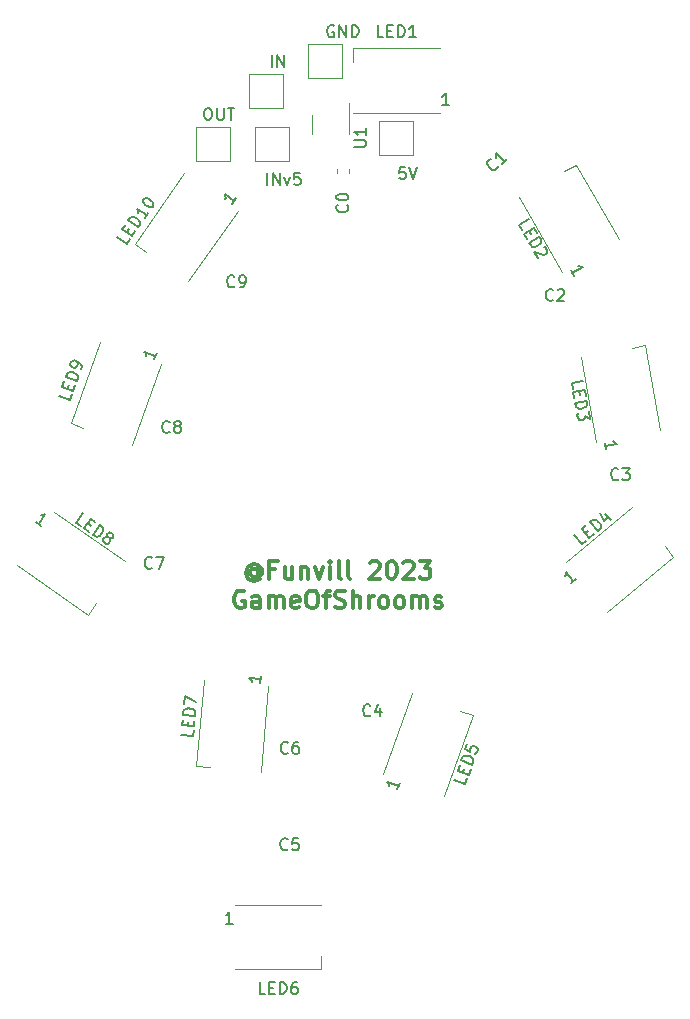
<source format=gbr>
%TF.GenerationSoftware,KiCad,Pcbnew,7.0.1*%
%TF.CreationDate,2023-05-31T17:56:53-07:00*%
%TF.ProjectId,GameOfShrooms2023,47616d65-4f66-4536-9872-6f6f6d733230,rev?*%
%TF.SameCoordinates,Original*%
%TF.FileFunction,Legend,Top*%
%TF.FilePolarity,Positive*%
%FSLAX46Y46*%
G04 Gerber Fmt 4.6, Leading zero omitted, Abs format (unit mm)*
G04 Created by KiCad (PCBNEW 7.0.1) date 2023-05-31 17:56:53*
%MOMM*%
%LPD*%
G01*
G04 APERTURE LIST*
%ADD10C,0.300000*%
%ADD11C,0.150000*%
%ADD12C,0.120000*%
G04 APERTURE END LIST*
D10*
X138285714Y-94602142D02*
X138214285Y-94530714D01*
X138214285Y-94530714D02*
X138071428Y-94459285D01*
X138071428Y-94459285D02*
X137928571Y-94459285D01*
X137928571Y-94459285D02*
X137785714Y-94530714D01*
X137785714Y-94530714D02*
X137714285Y-94602142D01*
X137714285Y-94602142D02*
X137642857Y-94745000D01*
X137642857Y-94745000D02*
X137642857Y-94887857D01*
X137642857Y-94887857D02*
X137714285Y-95030714D01*
X137714285Y-95030714D02*
X137785714Y-95102142D01*
X137785714Y-95102142D02*
X137928571Y-95173571D01*
X137928571Y-95173571D02*
X138071428Y-95173571D01*
X138071428Y-95173571D02*
X138214285Y-95102142D01*
X138214285Y-95102142D02*
X138285714Y-95030714D01*
X138285714Y-94459285D02*
X138285714Y-95030714D01*
X138285714Y-95030714D02*
X138357142Y-95102142D01*
X138357142Y-95102142D02*
X138428571Y-95102142D01*
X138428571Y-95102142D02*
X138571428Y-95030714D01*
X138571428Y-95030714D02*
X138642857Y-94887857D01*
X138642857Y-94887857D02*
X138642857Y-94530714D01*
X138642857Y-94530714D02*
X138500000Y-94316428D01*
X138500000Y-94316428D02*
X138285714Y-94173571D01*
X138285714Y-94173571D02*
X138000000Y-94102142D01*
X138000000Y-94102142D02*
X137714285Y-94173571D01*
X137714285Y-94173571D02*
X137500000Y-94316428D01*
X137500000Y-94316428D02*
X137357142Y-94530714D01*
X137357142Y-94530714D02*
X137285714Y-94816428D01*
X137285714Y-94816428D02*
X137357142Y-95102142D01*
X137357142Y-95102142D02*
X137500000Y-95316428D01*
X137500000Y-95316428D02*
X137714285Y-95459285D01*
X137714285Y-95459285D02*
X138000000Y-95530714D01*
X138000000Y-95530714D02*
X138285714Y-95459285D01*
X138285714Y-95459285D02*
X138500000Y-95316428D01*
X139785713Y-94530714D02*
X139285713Y-94530714D01*
X139285713Y-95316428D02*
X139285713Y-93816428D01*
X139285713Y-93816428D02*
X139999999Y-93816428D01*
X141214285Y-94316428D02*
X141214285Y-95316428D01*
X140571427Y-94316428D02*
X140571427Y-95102142D01*
X140571427Y-95102142D02*
X140642856Y-95245000D01*
X140642856Y-95245000D02*
X140785713Y-95316428D01*
X140785713Y-95316428D02*
X140999999Y-95316428D01*
X140999999Y-95316428D02*
X141142856Y-95245000D01*
X141142856Y-95245000D02*
X141214285Y-95173571D01*
X141928570Y-94316428D02*
X141928570Y-95316428D01*
X141928570Y-94459285D02*
X141999999Y-94387857D01*
X141999999Y-94387857D02*
X142142856Y-94316428D01*
X142142856Y-94316428D02*
X142357142Y-94316428D01*
X142357142Y-94316428D02*
X142499999Y-94387857D01*
X142499999Y-94387857D02*
X142571428Y-94530714D01*
X142571428Y-94530714D02*
X142571428Y-95316428D01*
X143142856Y-94316428D02*
X143499999Y-95316428D01*
X143499999Y-95316428D02*
X143857142Y-94316428D01*
X144428570Y-95316428D02*
X144428570Y-94316428D01*
X144428570Y-93816428D02*
X144357142Y-93887857D01*
X144357142Y-93887857D02*
X144428570Y-93959285D01*
X144428570Y-93959285D02*
X144499999Y-93887857D01*
X144499999Y-93887857D02*
X144428570Y-93816428D01*
X144428570Y-93816428D02*
X144428570Y-93959285D01*
X145357142Y-95316428D02*
X145214285Y-95245000D01*
X145214285Y-95245000D02*
X145142856Y-95102142D01*
X145142856Y-95102142D02*
X145142856Y-93816428D01*
X146142856Y-95316428D02*
X145999999Y-95245000D01*
X145999999Y-95245000D02*
X145928570Y-95102142D01*
X145928570Y-95102142D02*
X145928570Y-93816428D01*
X147785713Y-93959285D02*
X147857141Y-93887857D01*
X147857141Y-93887857D02*
X147999999Y-93816428D01*
X147999999Y-93816428D02*
X148357141Y-93816428D01*
X148357141Y-93816428D02*
X148499999Y-93887857D01*
X148499999Y-93887857D02*
X148571427Y-93959285D01*
X148571427Y-93959285D02*
X148642856Y-94102142D01*
X148642856Y-94102142D02*
X148642856Y-94245000D01*
X148642856Y-94245000D02*
X148571427Y-94459285D01*
X148571427Y-94459285D02*
X147714284Y-95316428D01*
X147714284Y-95316428D02*
X148642856Y-95316428D01*
X149571427Y-93816428D02*
X149714284Y-93816428D01*
X149714284Y-93816428D02*
X149857141Y-93887857D01*
X149857141Y-93887857D02*
X149928570Y-93959285D01*
X149928570Y-93959285D02*
X149999998Y-94102142D01*
X149999998Y-94102142D02*
X150071427Y-94387857D01*
X150071427Y-94387857D02*
X150071427Y-94745000D01*
X150071427Y-94745000D02*
X149999998Y-95030714D01*
X149999998Y-95030714D02*
X149928570Y-95173571D01*
X149928570Y-95173571D02*
X149857141Y-95245000D01*
X149857141Y-95245000D02*
X149714284Y-95316428D01*
X149714284Y-95316428D02*
X149571427Y-95316428D01*
X149571427Y-95316428D02*
X149428570Y-95245000D01*
X149428570Y-95245000D02*
X149357141Y-95173571D01*
X149357141Y-95173571D02*
X149285712Y-95030714D01*
X149285712Y-95030714D02*
X149214284Y-94745000D01*
X149214284Y-94745000D02*
X149214284Y-94387857D01*
X149214284Y-94387857D02*
X149285712Y-94102142D01*
X149285712Y-94102142D02*
X149357141Y-93959285D01*
X149357141Y-93959285D02*
X149428570Y-93887857D01*
X149428570Y-93887857D02*
X149571427Y-93816428D01*
X150642855Y-93959285D02*
X150714283Y-93887857D01*
X150714283Y-93887857D02*
X150857141Y-93816428D01*
X150857141Y-93816428D02*
X151214283Y-93816428D01*
X151214283Y-93816428D02*
X151357141Y-93887857D01*
X151357141Y-93887857D02*
X151428569Y-93959285D01*
X151428569Y-93959285D02*
X151499998Y-94102142D01*
X151499998Y-94102142D02*
X151499998Y-94245000D01*
X151499998Y-94245000D02*
X151428569Y-94459285D01*
X151428569Y-94459285D02*
X150571426Y-95316428D01*
X150571426Y-95316428D02*
X151499998Y-95316428D01*
X151999997Y-93816428D02*
X152928569Y-93816428D01*
X152928569Y-93816428D02*
X152428569Y-94387857D01*
X152428569Y-94387857D02*
X152642854Y-94387857D01*
X152642854Y-94387857D02*
X152785712Y-94459285D01*
X152785712Y-94459285D02*
X152857140Y-94530714D01*
X152857140Y-94530714D02*
X152928569Y-94673571D01*
X152928569Y-94673571D02*
X152928569Y-95030714D01*
X152928569Y-95030714D02*
X152857140Y-95173571D01*
X152857140Y-95173571D02*
X152785712Y-95245000D01*
X152785712Y-95245000D02*
X152642854Y-95316428D01*
X152642854Y-95316428D02*
X152214283Y-95316428D01*
X152214283Y-95316428D02*
X152071426Y-95245000D01*
X152071426Y-95245000D02*
X151999997Y-95173571D01*
X137142857Y-96387857D02*
X137000000Y-96316428D01*
X137000000Y-96316428D02*
X136785714Y-96316428D01*
X136785714Y-96316428D02*
X136571428Y-96387857D01*
X136571428Y-96387857D02*
X136428571Y-96530714D01*
X136428571Y-96530714D02*
X136357142Y-96673571D01*
X136357142Y-96673571D02*
X136285714Y-96959285D01*
X136285714Y-96959285D02*
X136285714Y-97173571D01*
X136285714Y-97173571D02*
X136357142Y-97459285D01*
X136357142Y-97459285D02*
X136428571Y-97602142D01*
X136428571Y-97602142D02*
X136571428Y-97745000D01*
X136571428Y-97745000D02*
X136785714Y-97816428D01*
X136785714Y-97816428D02*
X136928571Y-97816428D01*
X136928571Y-97816428D02*
X137142857Y-97745000D01*
X137142857Y-97745000D02*
X137214285Y-97673571D01*
X137214285Y-97673571D02*
X137214285Y-97173571D01*
X137214285Y-97173571D02*
X136928571Y-97173571D01*
X138500000Y-97816428D02*
X138500000Y-97030714D01*
X138500000Y-97030714D02*
X138428571Y-96887857D01*
X138428571Y-96887857D02*
X138285714Y-96816428D01*
X138285714Y-96816428D02*
X138000000Y-96816428D01*
X138000000Y-96816428D02*
X137857142Y-96887857D01*
X138500000Y-97745000D02*
X138357142Y-97816428D01*
X138357142Y-97816428D02*
X138000000Y-97816428D01*
X138000000Y-97816428D02*
X137857142Y-97745000D01*
X137857142Y-97745000D02*
X137785714Y-97602142D01*
X137785714Y-97602142D02*
X137785714Y-97459285D01*
X137785714Y-97459285D02*
X137857142Y-97316428D01*
X137857142Y-97316428D02*
X138000000Y-97245000D01*
X138000000Y-97245000D02*
X138357142Y-97245000D01*
X138357142Y-97245000D02*
X138500000Y-97173571D01*
X139214285Y-97816428D02*
X139214285Y-96816428D01*
X139214285Y-96959285D02*
X139285714Y-96887857D01*
X139285714Y-96887857D02*
X139428571Y-96816428D01*
X139428571Y-96816428D02*
X139642857Y-96816428D01*
X139642857Y-96816428D02*
X139785714Y-96887857D01*
X139785714Y-96887857D02*
X139857143Y-97030714D01*
X139857143Y-97030714D02*
X139857143Y-97816428D01*
X139857143Y-97030714D02*
X139928571Y-96887857D01*
X139928571Y-96887857D02*
X140071428Y-96816428D01*
X140071428Y-96816428D02*
X140285714Y-96816428D01*
X140285714Y-96816428D02*
X140428571Y-96887857D01*
X140428571Y-96887857D02*
X140500000Y-97030714D01*
X140500000Y-97030714D02*
X140500000Y-97816428D01*
X141785714Y-97745000D02*
X141642857Y-97816428D01*
X141642857Y-97816428D02*
X141357143Y-97816428D01*
X141357143Y-97816428D02*
X141214285Y-97745000D01*
X141214285Y-97745000D02*
X141142857Y-97602142D01*
X141142857Y-97602142D02*
X141142857Y-97030714D01*
X141142857Y-97030714D02*
X141214285Y-96887857D01*
X141214285Y-96887857D02*
X141357143Y-96816428D01*
X141357143Y-96816428D02*
X141642857Y-96816428D01*
X141642857Y-96816428D02*
X141785714Y-96887857D01*
X141785714Y-96887857D02*
X141857143Y-97030714D01*
X141857143Y-97030714D02*
X141857143Y-97173571D01*
X141857143Y-97173571D02*
X141142857Y-97316428D01*
X142785714Y-96316428D02*
X143071428Y-96316428D01*
X143071428Y-96316428D02*
X143214285Y-96387857D01*
X143214285Y-96387857D02*
X143357142Y-96530714D01*
X143357142Y-96530714D02*
X143428571Y-96816428D01*
X143428571Y-96816428D02*
X143428571Y-97316428D01*
X143428571Y-97316428D02*
X143357142Y-97602142D01*
X143357142Y-97602142D02*
X143214285Y-97745000D01*
X143214285Y-97745000D02*
X143071428Y-97816428D01*
X143071428Y-97816428D02*
X142785714Y-97816428D01*
X142785714Y-97816428D02*
X142642857Y-97745000D01*
X142642857Y-97745000D02*
X142499999Y-97602142D01*
X142499999Y-97602142D02*
X142428571Y-97316428D01*
X142428571Y-97316428D02*
X142428571Y-96816428D01*
X142428571Y-96816428D02*
X142499999Y-96530714D01*
X142499999Y-96530714D02*
X142642857Y-96387857D01*
X142642857Y-96387857D02*
X142785714Y-96316428D01*
X143857143Y-96816428D02*
X144428571Y-96816428D01*
X144071428Y-97816428D02*
X144071428Y-96530714D01*
X144071428Y-96530714D02*
X144142857Y-96387857D01*
X144142857Y-96387857D02*
X144285714Y-96316428D01*
X144285714Y-96316428D02*
X144428571Y-96316428D01*
X144857143Y-97745000D02*
X145071429Y-97816428D01*
X145071429Y-97816428D02*
X145428571Y-97816428D01*
X145428571Y-97816428D02*
X145571429Y-97745000D01*
X145571429Y-97745000D02*
X145642857Y-97673571D01*
X145642857Y-97673571D02*
X145714286Y-97530714D01*
X145714286Y-97530714D02*
X145714286Y-97387857D01*
X145714286Y-97387857D02*
X145642857Y-97245000D01*
X145642857Y-97245000D02*
X145571429Y-97173571D01*
X145571429Y-97173571D02*
X145428571Y-97102142D01*
X145428571Y-97102142D02*
X145142857Y-97030714D01*
X145142857Y-97030714D02*
X145000000Y-96959285D01*
X145000000Y-96959285D02*
X144928571Y-96887857D01*
X144928571Y-96887857D02*
X144857143Y-96745000D01*
X144857143Y-96745000D02*
X144857143Y-96602142D01*
X144857143Y-96602142D02*
X144928571Y-96459285D01*
X144928571Y-96459285D02*
X145000000Y-96387857D01*
X145000000Y-96387857D02*
X145142857Y-96316428D01*
X145142857Y-96316428D02*
X145500000Y-96316428D01*
X145500000Y-96316428D02*
X145714286Y-96387857D01*
X146357142Y-97816428D02*
X146357142Y-96316428D01*
X147000000Y-97816428D02*
X147000000Y-97030714D01*
X147000000Y-97030714D02*
X146928571Y-96887857D01*
X146928571Y-96887857D02*
X146785714Y-96816428D01*
X146785714Y-96816428D02*
X146571428Y-96816428D01*
X146571428Y-96816428D02*
X146428571Y-96887857D01*
X146428571Y-96887857D02*
X146357142Y-96959285D01*
X147714285Y-97816428D02*
X147714285Y-96816428D01*
X147714285Y-97102142D02*
X147785714Y-96959285D01*
X147785714Y-96959285D02*
X147857143Y-96887857D01*
X147857143Y-96887857D02*
X148000000Y-96816428D01*
X148000000Y-96816428D02*
X148142857Y-96816428D01*
X148857142Y-97816428D02*
X148714285Y-97745000D01*
X148714285Y-97745000D02*
X148642856Y-97673571D01*
X148642856Y-97673571D02*
X148571428Y-97530714D01*
X148571428Y-97530714D02*
X148571428Y-97102142D01*
X148571428Y-97102142D02*
X148642856Y-96959285D01*
X148642856Y-96959285D02*
X148714285Y-96887857D01*
X148714285Y-96887857D02*
X148857142Y-96816428D01*
X148857142Y-96816428D02*
X149071428Y-96816428D01*
X149071428Y-96816428D02*
X149214285Y-96887857D01*
X149214285Y-96887857D02*
X149285714Y-96959285D01*
X149285714Y-96959285D02*
X149357142Y-97102142D01*
X149357142Y-97102142D02*
X149357142Y-97530714D01*
X149357142Y-97530714D02*
X149285714Y-97673571D01*
X149285714Y-97673571D02*
X149214285Y-97745000D01*
X149214285Y-97745000D02*
X149071428Y-97816428D01*
X149071428Y-97816428D02*
X148857142Y-97816428D01*
X150214285Y-97816428D02*
X150071428Y-97745000D01*
X150071428Y-97745000D02*
X149999999Y-97673571D01*
X149999999Y-97673571D02*
X149928571Y-97530714D01*
X149928571Y-97530714D02*
X149928571Y-97102142D01*
X149928571Y-97102142D02*
X149999999Y-96959285D01*
X149999999Y-96959285D02*
X150071428Y-96887857D01*
X150071428Y-96887857D02*
X150214285Y-96816428D01*
X150214285Y-96816428D02*
X150428571Y-96816428D01*
X150428571Y-96816428D02*
X150571428Y-96887857D01*
X150571428Y-96887857D02*
X150642857Y-96959285D01*
X150642857Y-96959285D02*
X150714285Y-97102142D01*
X150714285Y-97102142D02*
X150714285Y-97530714D01*
X150714285Y-97530714D02*
X150642857Y-97673571D01*
X150642857Y-97673571D02*
X150571428Y-97745000D01*
X150571428Y-97745000D02*
X150428571Y-97816428D01*
X150428571Y-97816428D02*
X150214285Y-97816428D01*
X151357142Y-97816428D02*
X151357142Y-96816428D01*
X151357142Y-96959285D02*
X151428571Y-96887857D01*
X151428571Y-96887857D02*
X151571428Y-96816428D01*
X151571428Y-96816428D02*
X151785714Y-96816428D01*
X151785714Y-96816428D02*
X151928571Y-96887857D01*
X151928571Y-96887857D02*
X152000000Y-97030714D01*
X152000000Y-97030714D02*
X152000000Y-97816428D01*
X152000000Y-97030714D02*
X152071428Y-96887857D01*
X152071428Y-96887857D02*
X152214285Y-96816428D01*
X152214285Y-96816428D02*
X152428571Y-96816428D01*
X152428571Y-96816428D02*
X152571428Y-96887857D01*
X152571428Y-96887857D02*
X152642857Y-97030714D01*
X152642857Y-97030714D02*
X152642857Y-97816428D01*
X153285714Y-97745000D02*
X153428571Y-97816428D01*
X153428571Y-97816428D02*
X153714285Y-97816428D01*
X153714285Y-97816428D02*
X153857142Y-97745000D01*
X153857142Y-97745000D02*
X153928571Y-97602142D01*
X153928571Y-97602142D02*
X153928571Y-97530714D01*
X153928571Y-97530714D02*
X153857142Y-97387857D01*
X153857142Y-97387857D02*
X153714285Y-97316428D01*
X153714285Y-97316428D02*
X153500000Y-97316428D01*
X153500000Y-97316428D02*
X153357142Y-97245000D01*
X153357142Y-97245000D02*
X153285714Y-97102142D01*
X153285714Y-97102142D02*
X153285714Y-97030714D01*
X153285714Y-97030714D02*
X153357142Y-96887857D01*
X153357142Y-96887857D02*
X153500000Y-96816428D01*
X153500000Y-96816428D02*
X153714285Y-96816428D01*
X153714285Y-96816428D02*
X153857142Y-96887857D01*
D11*
%TO.C,C0*%
X145867380Y-63666666D02*
X145915000Y-63714285D01*
X145915000Y-63714285D02*
X145962619Y-63857142D01*
X145962619Y-63857142D02*
X145962619Y-63952380D01*
X145962619Y-63952380D02*
X145915000Y-64095237D01*
X145915000Y-64095237D02*
X145819761Y-64190475D01*
X145819761Y-64190475D02*
X145724523Y-64238094D01*
X145724523Y-64238094D02*
X145534047Y-64285713D01*
X145534047Y-64285713D02*
X145391190Y-64285713D01*
X145391190Y-64285713D02*
X145200714Y-64238094D01*
X145200714Y-64238094D02*
X145105476Y-64190475D01*
X145105476Y-64190475D02*
X145010238Y-64095237D01*
X145010238Y-64095237D02*
X144962619Y-63952380D01*
X144962619Y-63952380D02*
X144962619Y-63857142D01*
X144962619Y-63857142D02*
X145010238Y-63714285D01*
X145010238Y-63714285D02*
X145057857Y-63666666D01*
X144962619Y-63047618D02*
X144962619Y-62952380D01*
X144962619Y-62952380D02*
X145010238Y-62857142D01*
X145010238Y-62857142D02*
X145057857Y-62809523D01*
X145057857Y-62809523D02*
X145153095Y-62761904D01*
X145153095Y-62761904D02*
X145343571Y-62714285D01*
X145343571Y-62714285D02*
X145581666Y-62714285D01*
X145581666Y-62714285D02*
X145772142Y-62761904D01*
X145772142Y-62761904D02*
X145867380Y-62809523D01*
X145867380Y-62809523D02*
X145915000Y-62857142D01*
X145915000Y-62857142D02*
X145962619Y-62952380D01*
X145962619Y-62952380D02*
X145962619Y-63047618D01*
X145962619Y-63047618D02*
X145915000Y-63142856D01*
X145915000Y-63142856D02*
X145867380Y-63190475D01*
X145867380Y-63190475D02*
X145772142Y-63238094D01*
X145772142Y-63238094D02*
X145581666Y-63285713D01*
X145581666Y-63285713D02*
X145343571Y-63285713D01*
X145343571Y-63285713D02*
X145153095Y-63238094D01*
X145153095Y-63238094D02*
X145057857Y-63190475D01*
X145057857Y-63190475D02*
X145010238Y-63142856D01*
X145010238Y-63142856D02*
X144962619Y-63047618D01*
%TO.C,C2*%
X163318333Y-71697380D02*
X163270714Y-71745000D01*
X163270714Y-71745000D02*
X163127857Y-71792619D01*
X163127857Y-71792619D02*
X163032619Y-71792619D01*
X163032619Y-71792619D02*
X162889762Y-71745000D01*
X162889762Y-71745000D02*
X162794524Y-71649761D01*
X162794524Y-71649761D02*
X162746905Y-71554523D01*
X162746905Y-71554523D02*
X162699286Y-71364047D01*
X162699286Y-71364047D02*
X162699286Y-71221190D01*
X162699286Y-71221190D02*
X162746905Y-71030714D01*
X162746905Y-71030714D02*
X162794524Y-70935476D01*
X162794524Y-70935476D02*
X162889762Y-70840238D01*
X162889762Y-70840238D02*
X163032619Y-70792619D01*
X163032619Y-70792619D02*
X163127857Y-70792619D01*
X163127857Y-70792619D02*
X163270714Y-70840238D01*
X163270714Y-70840238D02*
X163318333Y-70887857D01*
X163699286Y-70887857D02*
X163746905Y-70840238D01*
X163746905Y-70840238D02*
X163842143Y-70792619D01*
X163842143Y-70792619D02*
X164080238Y-70792619D01*
X164080238Y-70792619D02*
X164175476Y-70840238D01*
X164175476Y-70840238D02*
X164223095Y-70887857D01*
X164223095Y-70887857D02*
X164270714Y-70983095D01*
X164270714Y-70983095D02*
X164270714Y-71078333D01*
X164270714Y-71078333D02*
X164223095Y-71221190D01*
X164223095Y-71221190D02*
X163651667Y-71792619D01*
X163651667Y-71792619D02*
X164270714Y-71792619D01*
%TO.C,LED4*%
X166127776Y-92081684D02*
X165762993Y-92387773D01*
X165762993Y-92387773D02*
X165120206Y-91621729D01*
X166046426Y-91466160D02*
X166301775Y-91251897D01*
X166747908Y-91561332D02*
X166383125Y-91867421D01*
X166383125Y-91867421D02*
X165740337Y-91101377D01*
X165740337Y-91101377D02*
X166105120Y-90795288D01*
X167076213Y-91285852D02*
X166433425Y-90519807D01*
X166433425Y-90519807D02*
X166615816Y-90366762D01*
X166615816Y-90366762D02*
X166755860Y-90311414D01*
X166755860Y-90311414D02*
X166890035Y-90323153D01*
X166890035Y-90323153D02*
X166987731Y-90365500D01*
X166987731Y-90365500D02*
X167146645Y-90480805D01*
X167146645Y-90480805D02*
X167238472Y-90590240D01*
X167238472Y-90590240D02*
X167324429Y-90766762D01*
X167324429Y-90766762D02*
X167349169Y-90870327D01*
X167349169Y-90870327D02*
X167337430Y-91004502D01*
X167337430Y-91004502D02*
X167258604Y-91132807D01*
X167258604Y-91132807D02*
X167076213Y-91285852D01*
X167742037Y-89856887D02*
X168170562Y-90367584D01*
X167314774Y-89718105D02*
X167591516Y-90418325D01*
X167591516Y-90418325D02*
X168065734Y-90020409D01*
X165246098Y-95301773D02*
X164808359Y-95669081D01*
X165027229Y-95485427D02*
X164384441Y-94719383D01*
X164384441Y-94719383D02*
X164403311Y-94890035D01*
X164403311Y-94890035D02*
X164391572Y-95024210D01*
X164391572Y-95024210D02*
X164349225Y-95121906D01*
%TO.C,LED9*%
X122551982Y-79709785D02*
X122389116Y-80157258D01*
X122389116Y-80157258D02*
X121449423Y-79815238D01*
X122173769Y-79217401D02*
X122287776Y-78904170D01*
X122828856Y-78949081D02*
X122665989Y-79396554D01*
X122665989Y-79396554D02*
X121726297Y-79054534D01*
X121726297Y-79054534D02*
X121889163Y-78607061D01*
X122975436Y-78546356D02*
X122035743Y-78204336D01*
X122035743Y-78204336D02*
X122117177Y-77980599D01*
X122117177Y-77980599D02*
X122210784Y-77862644D01*
X122210784Y-77862644D02*
X122332852Y-77805723D01*
X122332852Y-77805723D02*
X122438633Y-77793549D01*
X122438633Y-77793549D02*
X122633909Y-77813948D01*
X122633909Y-77813948D02*
X122768151Y-77862809D01*
X122768151Y-77862809D02*
X122930853Y-77972702D01*
X122930853Y-77972702D02*
X123004061Y-78050023D01*
X123004061Y-78050023D02*
X123060982Y-78172091D01*
X123060982Y-78172091D02*
X123056869Y-78322619D01*
X123056869Y-78322619D02*
X122975436Y-78546356D01*
X123333743Y-77561916D02*
X123398890Y-77382927D01*
X123398890Y-77382927D02*
X123386716Y-77277146D01*
X123386716Y-77277146D02*
X123358255Y-77216112D01*
X123358255Y-77216112D02*
X123256587Y-77077757D01*
X123256587Y-77077757D02*
X123093884Y-76967863D01*
X123093884Y-76967863D02*
X122735906Y-76837570D01*
X122735906Y-76837570D02*
X122630125Y-76849744D01*
X122630125Y-76849744D02*
X122569091Y-76878204D01*
X122569091Y-76878204D02*
X122491770Y-76951412D01*
X122491770Y-76951412D02*
X122426624Y-77130401D01*
X122426624Y-77130401D02*
X122438798Y-77236182D01*
X122438798Y-77236182D02*
X122467258Y-77297216D01*
X122467258Y-77297216D02*
X122540466Y-77374537D01*
X122540466Y-77374537D02*
X122764202Y-77455970D01*
X122764202Y-77455970D02*
X122869984Y-77443796D01*
X122869984Y-77443796D02*
X122931018Y-77415336D01*
X122931018Y-77415336D02*
X123008338Y-77342128D01*
X123008338Y-77342128D02*
X123073485Y-77163139D01*
X123073485Y-77163139D02*
X123061311Y-77057358D01*
X123061311Y-77057358D02*
X123032850Y-76996324D01*
X123032850Y-76996324D02*
X122959642Y-76919003D01*
X129742788Y-76170668D02*
X129547348Y-76707636D01*
X129645068Y-76439152D02*
X128705376Y-76097132D01*
X128705376Y-76097132D02*
X128807044Y-76235486D01*
X128807044Y-76235486D02*
X128863965Y-76357554D01*
X128863965Y-76357554D02*
X128876139Y-76463336D01*
%TO.C,C5*%
X140833333Y-118197380D02*
X140785714Y-118245000D01*
X140785714Y-118245000D02*
X140642857Y-118292619D01*
X140642857Y-118292619D02*
X140547619Y-118292619D01*
X140547619Y-118292619D02*
X140404762Y-118245000D01*
X140404762Y-118245000D02*
X140309524Y-118149761D01*
X140309524Y-118149761D02*
X140261905Y-118054523D01*
X140261905Y-118054523D02*
X140214286Y-117864047D01*
X140214286Y-117864047D02*
X140214286Y-117721190D01*
X140214286Y-117721190D02*
X140261905Y-117530714D01*
X140261905Y-117530714D02*
X140309524Y-117435476D01*
X140309524Y-117435476D02*
X140404762Y-117340238D01*
X140404762Y-117340238D02*
X140547619Y-117292619D01*
X140547619Y-117292619D02*
X140642857Y-117292619D01*
X140642857Y-117292619D02*
X140785714Y-117340238D01*
X140785714Y-117340238D02*
X140833333Y-117387857D01*
X141738095Y-117292619D02*
X141261905Y-117292619D01*
X141261905Y-117292619D02*
X141214286Y-117768809D01*
X141214286Y-117768809D02*
X141261905Y-117721190D01*
X141261905Y-117721190D02*
X141357143Y-117673571D01*
X141357143Y-117673571D02*
X141595238Y-117673571D01*
X141595238Y-117673571D02*
X141690476Y-117721190D01*
X141690476Y-117721190D02*
X141738095Y-117768809D01*
X141738095Y-117768809D02*
X141785714Y-117864047D01*
X141785714Y-117864047D02*
X141785714Y-118102142D01*
X141785714Y-118102142D02*
X141738095Y-118197380D01*
X141738095Y-118197380D02*
X141690476Y-118245000D01*
X141690476Y-118245000D02*
X141595238Y-118292619D01*
X141595238Y-118292619D02*
X141357143Y-118292619D01*
X141357143Y-118292619D02*
X141261905Y-118245000D01*
X141261905Y-118245000D02*
X141214286Y-118197380D01*
%TO.C,LED10*%
X127463964Y-66572090D02*
X127190832Y-66962162D01*
X127190832Y-66962162D02*
X126371680Y-66388586D01*
X127226076Y-65998594D02*
X127417269Y-65725543D01*
X127928288Y-65908966D02*
X127655156Y-66299039D01*
X127655156Y-66299039D02*
X126836004Y-65725462D01*
X126836004Y-65725462D02*
X127109136Y-65335390D01*
X128174106Y-65557901D02*
X127354954Y-64984325D01*
X127354954Y-64984325D02*
X127491520Y-64789288D01*
X127491520Y-64789288D02*
X127612467Y-64699580D01*
X127612467Y-64699580D02*
X127745107Y-64676192D01*
X127745107Y-64676192D02*
X127850435Y-64691811D01*
X127850435Y-64691811D02*
X128033777Y-64762056D01*
X128033777Y-64762056D02*
X128150799Y-64843996D01*
X128150799Y-64843996D02*
X128279515Y-64992256D01*
X128279515Y-64992256D02*
X128330216Y-65085889D01*
X128330216Y-65085889D02*
X128353604Y-65218530D01*
X128353604Y-65218530D02*
X128310672Y-65362865D01*
X128310672Y-65362865D02*
X128174106Y-65557901D01*
X129048127Y-64309669D02*
X128720369Y-64777756D01*
X128884248Y-64543713D02*
X128065096Y-63970136D01*
X128065096Y-63970136D02*
X128127492Y-64130090D01*
X128127492Y-64130090D02*
X128150880Y-64262731D01*
X128150880Y-64262731D02*
X128135261Y-64368059D01*
X128584047Y-63228999D02*
X128638673Y-63150984D01*
X128638673Y-63150984D02*
X128732306Y-63100283D01*
X128732306Y-63100283D02*
X128798627Y-63088589D01*
X128798627Y-63088589D02*
X128903954Y-63104208D01*
X128903954Y-63104208D02*
X129087297Y-63174453D01*
X129087297Y-63174453D02*
X129282333Y-63311019D01*
X129282333Y-63311019D02*
X129411049Y-63459279D01*
X129411049Y-63459279D02*
X129461750Y-63552913D01*
X129461750Y-63552913D02*
X129473444Y-63619233D01*
X129473444Y-63619233D02*
X129457825Y-63724561D01*
X129457825Y-63724561D02*
X129403199Y-63802575D01*
X129403199Y-63802575D02*
X129309565Y-63853277D01*
X129309565Y-63853277D02*
X129243245Y-63864971D01*
X129243245Y-63864971D02*
X129137917Y-63849352D01*
X129137917Y-63849352D02*
X128954575Y-63779106D01*
X128954575Y-63779106D02*
X128759539Y-63642540D01*
X128759539Y-63642540D02*
X128630823Y-63494280D01*
X128630823Y-63494280D02*
X128580122Y-63400647D01*
X128580122Y-63400647D02*
X128568427Y-63334326D01*
X128568427Y-63334326D02*
X128584047Y-63228999D01*
X136476956Y-63110065D02*
X136149198Y-63578152D01*
X136313077Y-63344108D02*
X135493925Y-62770532D01*
X135493925Y-62770532D02*
X135556320Y-62930486D01*
X135556320Y-62930486D02*
X135579709Y-63063127D01*
X135579709Y-63063127D02*
X135564090Y-63168454D01*
%TO.C,C8*%
X130833333Y-82867380D02*
X130785714Y-82915000D01*
X130785714Y-82915000D02*
X130642857Y-82962619D01*
X130642857Y-82962619D02*
X130547619Y-82962619D01*
X130547619Y-82962619D02*
X130404762Y-82915000D01*
X130404762Y-82915000D02*
X130309524Y-82819761D01*
X130309524Y-82819761D02*
X130261905Y-82724523D01*
X130261905Y-82724523D02*
X130214286Y-82534047D01*
X130214286Y-82534047D02*
X130214286Y-82391190D01*
X130214286Y-82391190D02*
X130261905Y-82200714D01*
X130261905Y-82200714D02*
X130309524Y-82105476D01*
X130309524Y-82105476D02*
X130404762Y-82010238D01*
X130404762Y-82010238D02*
X130547619Y-81962619D01*
X130547619Y-81962619D02*
X130642857Y-81962619D01*
X130642857Y-81962619D02*
X130785714Y-82010238D01*
X130785714Y-82010238D02*
X130833333Y-82057857D01*
X131404762Y-82391190D02*
X131309524Y-82343571D01*
X131309524Y-82343571D02*
X131261905Y-82295952D01*
X131261905Y-82295952D02*
X131214286Y-82200714D01*
X131214286Y-82200714D02*
X131214286Y-82153095D01*
X131214286Y-82153095D02*
X131261905Y-82057857D01*
X131261905Y-82057857D02*
X131309524Y-82010238D01*
X131309524Y-82010238D02*
X131404762Y-81962619D01*
X131404762Y-81962619D02*
X131595238Y-81962619D01*
X131595238Y-81962619D02*
X131690476Y-82010238D01*
X131690476Y-82010238D02*
X131738095Y-82057857D01*
X131738095Y-82057857D02*
X131785714Y-82153095D01*
X131785714Y-82153095D02*
X131785714Y-82200714D01*
X131785714Y-82200714D02*
X131738095Y-82295952D01*
X131738095Y-82295952D02*
X131690476Y-82343571D01*
X131690476Y-82343571D02*
X131595238Y-82391190D01*
X131595238Y-82391190D02*
X131404762Y-82391190D01*
X131404762Y-82391190D02*
X131309524Y-82438809D01*
X131309524Y-82438809D02*
X131261905Y-82486428D01*
X131261905Y-82486428D02*
X131214286Y-82581666D01*
X131214286Y-82581666D02*
X131214286Y-82772142D01*
X131214286Y-82772142D02*
X131261905Y-82867380D01*
X131261905Y-82867380D02*
X131309524Y-82915000D01*
X131309524Y-82915000D02*
X131404762Y-82962619D01*
X131404762Y-82962619D02*
X131595238Y-82962619D01*
X131595238Y-82962619D02*
X131690476Y-82915000D01*
X131690476Y-82915000D02*
X131738095Y-82867380D01*
X131738095Y-82867380D02*
X131785714Y-82772142D01*
X131785714Y-82772142D02*
X131785714Y-82581666D01*
X131785714Y-82581666D02*
X131738095Y-82486428D01*
X131738095Y-82486428D02*
X131690476Y-82438809D01*
X131690476Y-82438809D02*
X131595238Y-82391190D01*
%TO.C,LED6*%
X138930952Y-130462619D02*
X138454762Y-130462619D01*
X138454762Y-130462619D02*
X138454762Y-129462619D01*
X139264286Y-129938809D02*
X139597619Y-129938809D01*
X139740476Y-130462619D02*
X139264286Y-130462619D01*
X139264286Y-130462619D02*
X139264286Y-129462619D01*
X139264286Y-129462619D02*
X139740476Y-129462619D01*
X140169048Y-130462619D02*
X140169048Y-129462619D01*
X140169048Y-129462619D02*
X140407143Y-129462619D01*
X140407143Y-129462619D02*
X140550000Y-129510238D01*
X140550000Y-129510238D02*
X140645238Y-129605476D01*
X140645238Y-129605476D02*
X140692857Y-129700714D01*
X140692857Y-129700714D02*
X140740476Y-129891190D01*
X140740476Y-129891190D02*
X140740476Y-130034047D01*
X140740476Y-130034047D02*
X140692857Y-130224523D01*
X140692857Y-130224523D02*
X140645238Y-130319761D01*
X140645238Y-130319761D02*
X140550000Y-130415000D01*
X140550000Y-130415000D02*
X140407143Y-130462619D01*
X140407143Y-130462619D02*
X140169048Y-130462619D01*
X141597619Y-129462619D02*
X141407143Y-129462619D01*
X141407143Y-129462619D02*
X141311905Y-129510238D01*
X141311905Y-129510238D02*
X141264286Y-129557857D01*
X141264286Y-129557857D02*
X141169048Y-129700714D01*
X141169048Y-129700714D02*
X141121429Y-129891190D01*
X141121429Y-129891190D02*
X141121429Y-130272142D01*
X141121429Y-130272142D02*
X141169048Y-130367380D01*
X141169048Y-130367380D02*
X141216667Y-130415000D01*
X141216667Y-130415000D02*
X141311905Y-130462619D01*
X141311905Y-130462619D02*
X141502381Y-130462619D01*
X141502381Y-130462619D02*
X141597619Y-130415000D01*
X141597619Y-130415000D02*
X141645238Y-130367380D01*
X141645238Y-130367380D02*
X141692857Y-130272142D01*
X141692857Y-130272142D02*
X141692857Y-130034047D01*
X141692857Y-130034047D02*
X141645238Y-129938809D01*
X141645238Y-129938809D02*
X141597619Y-129891190D01*
X141597619Y-129891190D02*
X141502381Y-129843571D01*
X141502381Y-129843571D02*
X141311905Y-129843571D01*
X141311905Y-129843571D02*
X141216667Y-129891190D01*
X141216667Y-129891190D02*
X141169048Y-129938809D01*
X141169048Y-129938809D02*
X141121429Y-130034047D01*
X136185714Y-124512619D02*
X135614286Y-124512619D01*
X135900000Y-124512619D02*
X135900000Y-123512619D01*
X135900000Y-123512619D02*
X135804762Y-123655476D01*
X135804762Y-123655476D02*
X135709524Y-123750714D01*
X135709524Y-123750714D02*
X135614286Y-123798333D01*
%TO.C,C1*%
X158641926Y-60377628D02*
X158641926Y-60444971D01*
X158641926Y-60444971D02*
X158574583Y-60579658D01*
X158574583Y-60579658D02*
X158507239Y-60647002D01*
X158507239Y-60647002D02*
X158372552Y-60714345D01*
X158372552Y-60714345D02*
X158237865Y-60714345D01*
X158237865Y-60714345D02*
X158136850Y-60680674D01*
X158136850Y-60680674D02*
X157968491Y-60579658D01*
X157968491Y-60579658D02*
X157867476Y-60478643D01*
X157867476Y-60478643D02*
X157766461Y-60310284D01*
X157766461Y-60310284D02*
X157732789Y-60209269D01*
X157732789Y-60209269D02*
X157732789Y-60074582D01*
X157732789Y-60074582D02*
X157800132Y-59939895D01*
X157800132Y-59939895D02*
X157867476Y-59872552D01*
X157867476Y-59872552D02*
X158002163Y-59805208D01*
X158002163Y-59805208D02*
X158069506Y-59805208D01*
X159382705Y-59771536D02*
X158978644Y-60175597D01*
X159180674Y-59973567D02*
X158473568Y-59266460D01*
X158473568Y-59266460D02*
X158507239Y-59434819D01*
X158507239Y-59434819D02*
X158507239Y-59569506D01*
X158507239Y-59569506D02*
X158473568Y-59670521D01*
%TO.C,GND*%
X144738095Y-48510238D02*
X144642857Y-48462619D01*
X144642857Y-48462619D02*
X144500000Y-48462619D01*
X144500000Y-48462619D02*
X144357143Y-48510238D01*
X144357143Y-48510238D02*
X144261905Y-48605476D01*
X144261905Y-48605476D02*
X144214286Y-48700714D01*
X144214286Y-48700714D02*
X144166667Y-48891190D01*
X144166667Y-48891190D02*
X144166667Y-49034047D01*
X144166667Y-49034047D02*
X144214286Y-49224523D01*
X144214286Y-49224523D02*
X144261905Y-49319761D01*
X144261905Y-49319761D02*
X144357143Y-49415000D01*
X144357143Y-49415000D02*
X144500000Y-49462619D01*
X144500000Y-49462619D02*
X144595238Y-49462619D01*
X144595238Y-49462619D02*
X144738095Y-49415000D01*
X144738095Y-49415000D02*
X144785714Y-49367380D01*
X144785714Y-49367380D02*
X144785714Y-49034047D01*
X144785714Y-49034047D02*
X144595238Y-49034047D01*
X145214286Y-49462619D02*
X145214286Y-48462619D01*
X145214286Y-48462619D02*
X145785714Y-49462619D01*
X145785714Y-49462619D02*
X145785714Y-48462619D01*
X146261905Y-49462619D02*
X146261905Y-48462619D01*
X146261905Y-48462619D02*
X146500000Y-48462619D01*
X146500000Y-48462619D02*
X146642857Y-48510238D01*
X146642857Y-48510238D02*
X146738095Y-48605476D01*
X146738095Y-48605476D02*
X146785714Y-48700714D01*
X146785714Y-48700714D02*
X146833333Y-48891190D01*
X146833333Y-48891190D02*
X146833333Y-49034047D01*
X146833333Y-49034047D02*
X146785714Y-49224523D01*
X146785714Y-49224523D02*
X146738095Y-49319761D01*
X146738095Y-49319761D02*
X146642857Y-49415000D01*
X146642857Y-49415000D02*
X146500000Y-49462619D01*
X146500000Y-49462619D02*
X146261905Y-49462619D01*
%TO.C,IN*%
X139476191Y-51962619D02*
X139476191Y-50962619D01*
X139952381Y-51962619D02*
X139952381Y-50962619D01*
X139952381Y-50962619D02*
X140523809Y-51962619D01*
X140523809Y-51962619D02*
X140523809Y-50962619D01*
%TO.C,C7*%
X129333333Y-94367380D02*
X129285714Y-94415000D01*
X129285714Y-94415000D02*
X129142857Y-94462619D01*
X129142857Y-94462619D02*
X129047619Y-94462619D01*
X129047619Y-94462619D02*
X128904762Y-94415000D01*
X128904762Y-94415000D02*
X128809524Y-94319761D01*
X128809524Y-94319761D02*
X128761905Y-94224523D01*
X128761905Y-94224523D02*
X128714286Y-94034047D01*
X128714286Y-94034047D02*
X128714286Y-93891190D01*
X128714286Y-93891190D02*
X128761905Y-93700714D01*
X128761905Y-93700714D02*
X128809524Y-93605476D01*
X128809524Y-93605476D02*
X128904762Y-93510238D01*
X128904762Y-93510238D02*
X129047619Y-93462619D01*
X129047619Y-93462619D02*
X129142857Y-93462619D01*
X129142857Y-93462619D02*
X129285714Y-93510238D01*
X129285714Y-93510238D02*
X129333333Y-93557857D01*
X129666667Y-93462619D02*
X130333333Y-93462619D01*
X130333333Y-93462619D02*
X129904762Y-94462619D01*
%TO.C,C9*%
X136333333Y-70537380D02*
X136285714Y-70585000D01*
X136285714Y-70585000D02*
X136142857Y-70632619D01*
X136142857Y-70632619D02*
X136047619Y-70632619D01*
X136047619Y-70632619D02*
X135904762Y-70585000D01*
X135904762Y-70585000D02*
X135809524Y-70489761D01*
X135809524Y-70489761D02*
X135761905Y-70394523D01*
X135761905Y-70394523D02*
X135714286Y-70204047D01*
X135714286Y-70204047D02*
X135714286Y-70061190D01*
X135714286Y-70061190D02*
X135761905Y-69870714D01*
X135761905Y-69870714D02*
X135809524Y-69775476D01*
X135809524Y-69775476D02*
X135904762Y-69680238D01*
X135904762Y-69680238D02*
X136047619Y-69632619D01*
X136047619Y-69632619D02*
X136142857Y-69632619D01*
X136142857Y-69632619D02*
X136285714Y-69680238D01*
X136285714Y-69680238D02*
X136333333Y-69727857D01*
X136809524Y-70632619D02*
X137000000Y-70632619D01*
X137000000Y-70632619D02*
X137095238Y-70585000D01*
X137095238Y-70585000D02*
X137142857Y-70537380D01*
X137142857Y-70537380D02*
X137238095Y-70394523D01*
X137238095Y-70394523D02*
X137285714Y-70204047D01*
X137285714Y-70204047D02*
X137285714Y-69823095D01*
X137285714Y-69823095D02*
X137238095Y-69727857D01*
X137238095Y-69727857D02*
X137190476Y-69680238D01*
X137190476Y-69680238D02*
X137095238Y-69632619D01*
X137095238Y-69632619D02*
X136904762Y-69632619D01*
X136904762Y-69632619D02*
X136809524Y-69680238D01*
X136809524Y-69680238D02*
X136761905Y-69727857D01*
X136761905Y-69727857D02*
X136714286Y-69823095D01*
X136714286Y-69823095D02*
X136714286Y-70061190D01*
X136714286Y-70061190D02*
X136761905Y-70156428D01*
X136761905Y-70156428D02*
X136809524Y-70204047D01*
X136809524Y-70204047D02*
X136904762Y-70251666D01*
X136904762Y-70251666D02*
X137095238Y-70251666D01*
X137095238Y-70251666D02*
X137190476Y-70204047D01*
X137190476Y-70204047D02*
X137238095Y-70156428D01*
X137238095Y-70156428D02*
X137285714Y-70061190D01*
%TO.C,LED8*%
X123325500Y-90870064D02*
X122935428Y-90596932D01*
X122935428Y-90596932D02*
X123509004Y-89777780D01*
X123898996Y-90632176D02*
X124172047Y-90823368D01*
X123988623Y-91334388D02*
X123598551Y-91061256D01*
X123598551Y-91061256D02*
X124172128Y-90242104D01*
X124172128Y-90242104D02*
X124562200Y-90515236D01*
X124339689Y-91580206D02*
X124913265Y-90761054D01*
X124913265Y-90761054D02*
X125108301Y-90897620D01*
X125108301Y-90897620D02*
X125198010Y-91018567D01*
X125198010Y-91018567D02*
X125221398Y-91151207D01*
X125221398Y-91151207D02*
X125205779Y-91256535D01*
X125205779Y-91256535D02*
X125135534Y-91439877D01*
X125135534Y-91439877D02*
X125053594Y-91556899D01*
X125053594Y-91556899D02*
X124905334Y-91685615D01*
X124905334Y-91685615D02*
X124811701Y-91736316D01*
X124811701Y-91736316D02*
X124679060Y-91759704D01*
X124679060Y-91759704D02*
X124534725Y-91716772D01*
X124534725Y-91716772D02*
X124339689Y-91580206D01*
X125603620Y-91767635D02*
X125552919Y-91674002D01*
X125552919Y-91674002D02*
X125541225Y-91607681D01*
X125541225Y-91607681D02*
X125556844Y-91502354D01*
X125556844Y-91502354D02*
X125584157Y-91463346D01*
X125584157Y-91463346D02*
X125677791Y-91412645D01*
X125677791Y-91412645D02*
X125744111Y-91400951D01*
X125744111Y-91400951D02*
X125849439Y-91416570D01*
X125849439Y-91416570D02*
X126005468Y-91525823D01*
X126005468Y-91525823D02*
X126056169Y-91619456D01*
X126056169Y-91619456D02*
X126067863Y-91685777D01*
X126067863Y-91685777D02*
X126052244Y-91791104D01*
X126052244Y-91791104D02*
X126024931Y-91830111D01*
X126024931Y-91830111D02*
X125931297Y-91880813D01*
X125931297Y-91880813D02*
X125864977Y-91892507D01*
X125864977Y-91892507D02*
X125759649Y-91876888D01*
X125759649Y-91876888D02*
X125603620Y-91767635D01*
X125603620Y-91767635D02*
X125498293Y-91752016D01*
X125498293Y-91752016D02*
X125431972Y-91763710D01*
X125431972Y-91763710D02*
X125338339Y-91814411D01*
X125338339Y-91814411D02*
X125229086Y-91970440D01*
X125229086Y-91970440D02*
X125213467Y-92075768D01*
X125213467Y-92075768D02*
X125225161Y-92142088D01*
X125225161Y-92142088D02*
X125275862Y-92235722D01*
X125275862Y-92235722D02*
X125431891Y-92344975D01*
X125431891Y-92344975D02*
X125537219Y-92360594D01*
X125537219Y-92360594D02*
X125603539Y-92348900D01*
X125603539Y-92348900D02*
X125697173Y-92298198D01*
X125697173Y-92298198D02*
X125806426Y-92142169D01*
X125806426Y-92142169D02*
X125822045Y-92036842D01*
X125822045Y-92036842D02*
X125810351Y-91970521D01*
X125810351Y-91970521D02*
X125759649Y-91876888D01*
X119986937Y-90851849D02*
X119518850Y-90524091D01*
X119752894Y-90687970D02*
X120326470Y-89868818D01*
X120326470Y-89868818D02*
X120166516Y-89931213D01*
X120166516Y-89931213D02*
X120033875Y-89954602D01*
X120033875Y-89954602D02*
X119928548Y-89938983D01*
%TO.C,LED3*%
X164953632Y-79212315D02*
X164870943Y-78743359D01*
X164870943Y-78743359D02*
X165855750Y-78569711D01*
X165527367Y-79449626D02*
X165585249Y-79777895D01*
X165094205Y-80009541D02*
X165011515Y-79540584D01*
X165011515Y-79540584D02*
X165996323Y-79366936D01*
X165996323Y-79366936D02*
X166079012Y-79835892D01*
X165168625Y-80431601D02*
X166153433Y-80257953D01*
X166153433Y-80257953D02*
X166194778Y-80492431D01*
X166194778Y-80492431D02*
X166172689Y-80641387D01*
X166172689Y-80641387D02*
X166095436Y-80751716D01*
X166095436Y-80751716D02*
X166009913Y-80815149D01*
X166009913Y-80815149D02*
X165830600Y-80895121D01*
X165830600Y-80895121D02*
X165689913Y-80919928D01*
X165689913Y-80919928D02*
X165494062Y-80906108D01*
X165494062Y-80906108D02*
X165392002Y-80875750D01*
X165392002Y-80875750D02*
X165281672Y-80798497D01*
X165281672Y-80798497D02*
X165209970Y-80666079D01*
X165209970Y-80666079D02*
X165168625Y-80431601D01*
X166310543Y-81148969D02*
X166418040Y-81758612D01*
X166418040Y-81758612D02*
X165984992Y-81496495D01*
X165984992Y-81496495D02*
X166009799Y-81637182D01*
X166009799Y-81637182D02*
X165979441Y-81739242D01*
X165979441Y-81739242D02*
X165940815Y-81794406D01*
X165940815Y-81794406D02*
X165855292Y-81857840D01*
X165855292Y-81857840D02*
X165620814Y-81899185D01*
X165620814Y-81899185D02*
X165518754Y-81868827D01*
X165518754Y-81868827D02*
X165463590Y-81830200D01*
X165463590Y-81830200D02*
X165400156Y-81744678D01*
X165400156Y-81744678D02*
X165350542Y-81463304D01*
X165350542Y-81463304D02*
X165380900Y-81361244D01*
X165380900Y-81361244D02*
X165419527Y-81306080D01*
X167789342Y-84352756D02*
X167690114Y-83790008D01*
X167739728Y-84071382D02*
X168724536Y-83897734D01*
X168724536Y-83897734D02*
X168567311Y-83828749D01*
X168567311Y-83828749D02*
X168456982Y-83751496D01*
X168456982Y-83751496D02*
X168393548Y-83665974D01*
%TO.C,LED7*%
X132863327Y-108155108D02*
X132821824Y-108629487D01*
X132821824Y-108629487D02*
X131825629Y-108542331D01*
X132370562Y-107777390D02*
X132399614Y-107445325D01*
X132933881Y-107348665D02*
X132892379Y-107823043D01*
X132892379Y-107823043D02*
X131896184Y-107735888D01*
X131896184Y-107735888D02*
X131937687Y-107261509D01*
X132971234Y-106921724D02*
X131975039Y-106834568D01*
X131975039Y-106834568D02*
X131995791Y-106597379D01*
X131995791Y-106597379D02*
X132055679Y-106459216D01*
X132055679Y-106459216D02*
X132158855Y-106372641D01*
X132158855Y-106372641D02*
X132257881Y-106333504D01*
X132257881Y-106333504D02*
X132451783Y-106302667D01*
X132451783Y-106302667D02*
X132594097Y-106315118D01*
X132594097Y-106315118D02*
X132779698Y-106379157D01*
X132779698Y-106379157D02*
X132870423Y-106434895D01*
X132870423Y-106434895D02*
X132956998Y-106538071D01*
X132956998Y-106538071D02*
X132991985Y-106684535D01*
X132991985Y-106684535D02*
X132971234Y-106921724D01*
X132053894Y-105933249D02*
X132111998Y-105269120D01*
X132111998Y-105269120D02*
X133070840Y-105783216D01*
X138584115Y-103557803D02*
X138534312Y-104127057D01*
X138559213Y-103842430D02*
X137563018Y-103755274D01*
X137563018Y-103755274D02*
X137697031Y-103862601D01*
X137697031Y-103862601D02*
X137783607Y-103965777D01*
X137783607Y-103965777D02*
X137822744Y-104064803D01*
%TO.C,5V*%
X150809523Y-60462619D02*
X150333333Y-60462619D01*
X150333333Y-60462619D02*
X150285714Y-60938809D01*
X150285714Y-60938809D02*
X150333333Y-60891190D01*
X150333333Y-60891190D02*
X150428571Y-60843571D01*
X150428571Y-60843571D02*
X150666666Y-60843571D01*
X150666666Y-60843571D02*
X150761904Y-60891190D01*
X150761904Y-60891190D02*
X150809523Y-60938809D01*
X150809523Y-60938809D02*
X150857142Y-61034047D01*
X150857142Y-61034047D02*
X150857142Y-61272142D01*
X150857142Y-61272142D02*
X150809523Y-61367380D01*
X150809523Y-61367380D02*
X150761904Y-61415000D01*
X150761904Y-61415000D02*
X150666666Y-61462619D01*
X150666666Y-61462619D02*
X150428571Y-61462619D01*
X150428571Y-61462619D02*
X150333333Y-61415000D01*
X150333333Y-61415000D02*
X150285714Y-61367380D01*
X151142857Y-60462619D02*
X151476190Y-61462619D01*
X151476190Y-61462619D02*
X151809523Y-60462619D01*
%TO.C,INv5*%
X139119048Y-61962619D02*
X139119048Y-60962619D01*
X139595238Y-61962619D02*
X139595238Y-60962619D01*
X139595238Y-60962619D02*
X140166666Y-61962619D01*
X140166666Y-61962619D02*
X140166666Y-60962619D01*
X140547619Y-61295952D02*
X140785714Y-61962619D01*
X140785714Y-61962619D02*
X141023809Y-61295952D01*
X141880952Y-60962619D02*
X141404762Y-60962619D01*
X141404762Y-60962619D02*
X141357143Y-61438809D01*
X141357143Y-61438809D02*
X141404762Y-61391190D01*
X141404762Y-61391190D02*
X141500000Y-61343571D01*
X141500000Y-61343571D02*
X141738095Y-61343571D01*
X141738095Y-61343571D02*
X141833333Y-61391190D01*
X141833333Y-61391190D02*
X141880952Y-61438809D01*
X141880952Y-61438809D02*
X141928571Y-61534047D01*
X141928571Y-61534047D02*
X141928571Y-61772142D01*
X141928571Y-61772142D02*
X141880952Y-61867380D01*
X141880952Y-61867380D02*
X141833333Y-61915000D01*
X141833333Y-61915000D02*
X141738095Y-61962619D01*
X141738095Y-61962619D02*
X141500000Y-61962619D01*
X141500000Y-61962619D02*
X141404762Y-61915000D01*
X141404762Y-61915000D02*
X141357143Y-61867380D01*
%TO.C,C6*%
X140848333Y-110037380D02*
X140800714Y-110085000D01*
X140800714Y-110085000D02*
X140657857Y-110132619D01*
X140657857Y-110132619D02*
X140562619Y-110132619D01*
X140562619Y-110132619D02*
X140419762Y-110085000D01*
X140419762Y-110085000D02*
X140324524Y-109989761D01*
X140324524Y-109989761D02*
X140276905Y-109894523D01*
X140276905Y-109894523D02*
X140229286Y-109704047D01*
X140229286Y-109704047D02*
X140229286Y-109561190D01*
X140229286Y-109561190D02*
X140276905Y-109370714D01*
X140276905Y-109370714D02*
X140324524Y-109275476D01*
X140324524Y-109275476D02*
X140419762Y-109180238D01*
X140419762Y-109180238D02*
X140562619Y-109132619D01*
X140562619Y-109132619D02*
X140657857Y-109132619D01*
X140657857Y-109132619D02*
X140800714Y-109180238D01*
X140800714Y-109180238D02*
X140848333Y-109227857D01*
X141705476Y-109132619D02*
X141515000Y-109132619D01*
X141515000Y-109132619D02*
X141419762Y-109180238D01*
X141419762Y-109180238D02*
X141372143Y-109227857D01*
X141372143Y-109227857D02*
X141276905Y-109370714D01*
X141276905Y-109370714D02*
X141229286Y-109561190D01*
X141229286Y-109561190D02*
X141229286Y-109942142D01*
X141229286Y-109942142D02*
X141276905Y-110037380D01*
X141276905Y-110037380D02*
X141324524Y-110085000D01*
X141324524Y-110085000D02*
X141419762Y-110132619D01*
X141419762Y-110132619D02*
X141610238Y-110132619D01*
X141610238Y-110132619D02*
X141705476Y-110085000D01*
X141705476Y-110085000D02*
X141753095Y-110037380D01*
X141753095Y-110037380D02*
X141800714Y-109942142D01*
X141800714Y-109942142D02*
X141800714Y-109704047D01*
X141800714Y-109704047D02*
X141753095Y-109608809D01*
X141753095Y-109608809D02*
X141705476Y-109561190D01*
X141705476Y-109561190D02*
X141610238Y-109513571D01*
X141610238Y-109513571D02*
X141419762Y-109513571D01*
X141419762Y-109513571D02*
X141324524Y-109561190D01*
X141324524Y-109561190D02*
X141276905Y-109608809D01*
X141276905Y-109608809D02*
X141229286Y-109704047D01*
%TO.C,LED2*%
X160662689Y-65808948D02*
X160424594Y-65396555D01*
X160424594Y-65396555D02*
X161290619Y-64896555D01*
X161282988Y-65835718D02*
X161449655Y-66124393D01*
X161067451Y-66510016D02*
X160829356Y-66097623D01*
X160829356Y-66097623D02*
X161695381Y-65597623D01*
X161695381Y-65597623D02*
X161933476Y-66010016D01*
X161281737Y-66881170D02*
X162147762Y-66381170D01*
X162147762Y-66381170D02*
X162266810Y-66587366D01*
X162266810Y-66587366D02*
X162296999Y-66734894D01*
X162296999Y-66734894D02*
X162262139Y-66864991D01*
X162262139Y-66864991D02*
X162203470Y-66953850D01*
X162203470Y-66953850D02*
X162062323Y-67090327D01*
X162062323Y-67090327D02*
X161938605Y-67161756D01*
X161938605Y-67161756D02*
X161749838Y-67215755D01*
X161749838Y-67215755D02*
X161643550Y-67222134D01*
X161643550Y-67222134D02*
X161513452Y-67187275D01*
X161513452Y-67187275D02*
X161400784Y-67087366D01*
X161400784Y-67087366D02*
X161281737Y-66881170D01*
X162541474Y-67253575D02*
X162606523Y-67271005D01*
X162606523Y-67271005D02*
X162695381Y-67329674D01*
X162695381Y-67329674D02*
X162814429Y-67535870D01*
X162814429Y-67535870D02*
X162820809Y-67642158D01*
X162820809Y-67642158D02*
X162803379Y-67707207D01*
X162803379Y-67707207D02*
X162744710Y-67796066D01*
X162744710Y-67796066D02*
X162662231Y-67843685D01*
X162662231Y-67843685D02*
X162514704Y-67873874D01*
X162514704Y-67873874D02*
X161734118Y-67664717D01*
X161734118Y-67664717D02*
X162043642Y-68200828D01*
X165085518Y-69669512D02*
X164799804Y-69174641D01*
X164942661Y-69422076D02*
X165808686Y-68922076D01*
X165808686Y-68922076D02*
X165637349Y-68911026D01*
X165637349Y-68911026D02*
X165507252Y-68876167D01*
X165507252Y-68876167D02*
X165418393Y-68817498D01*
%TO.C,C3*%
X168833333Y-86867380D02*
X168785714Y-86915000D01*
X168785714Y-86915000D02*
X168642857Y-86962619D01*
X168642857Y-86962619D02*
X168547619Y-86962619D01*
X168547619Y-86962619D02*
X168404762Y-86915000D01*
X168404762Y-86915000D02*
X168309524Y-86819761D01*
X168309524Y-86819761D02*
X168261905Y-86724523D01*
X168261905Y-86724523D02*
X168214286Y-86534047D01*
X168214286Y-86534047D02*
X168214286Y-86391190D01*
X168214286Y-86391190D02*
X168261905Y-86200714D01*
X168261905Y-86200714D02*
X168309524Y-86105476D01*
X168309524Y-86105476D02*
X168404762Y-86010238D01*
X168404762Y-86010238D02*
X168547619Y-85962619D01*
X168547619Y-85962619D02*
X168642857Y-85962619D01*
X168642857Y-85962619D02*
X168785714Y-86010238D01*
X168785714Y-86010238D02*
X168833333Y-86057857D01*
X169166667Y-85962619D02*
X169785714Y-85962619D01*
X169785714Y-85962619D02*
X169452381Y-86343571D01*
X169452381Y-86343571D02*
X169595238Y-86343571D01*
X169595238Y-86343571D02*
X169690476Y-86391190D01*
X169690476Y-86391190D02*
X169738095Y-86438809D01*
X169738095Y-86438809D02*
X169785714Y-86534047D01*
X169785714Y-86534047D02*
X169785714Y-86772142D01*
X169785714Y-86772142D02*
X169738095Y-86867380D01*
X169738095Y-86867380D02*
X169690476Y-86915000D01*
X169690476Y-86915000D02*
X169595238Y-86962619D01*
X169595238Y-86962619D02*
X169309524Y-86962619D01*
X169309524Y-86962619D02*
X169214286Y-86915000D01*
X169214286Y-86915000D02*
X169166667Y-86867380D01*
%TO.C,OUT*%
X134000000Y-55462619D02*
X134190476Y-55462619D01*
X134190476Y-55462619D02*
X134285714Y-55510238D01*
X134285714Y-55510238D02*
X134380952Y-55605476D01*
X134380952Y-55605476D02*
X134428571Y-55795952D01*
X134428571Y-55795952D02*
X134428571Y-56129285D01*
X134428571Y-56129285D02*
X134380952Y-56319761D01*
X134380952Y-56319761D02*
X134285714Y-56415000D01*
X134285714Y-56415000D02*
X134190476Y-56462619D01*
X134190476Y-56462619D02*
X134000000Y-56462619D01*
X134000000Y-56462619D02*
X133904762Y-56415000D01*
X133904762Y-56415000D02*
X133809524Y-56319761D01*
X133809524Y-56319761D02*
X133761905Y-56129285D01*
X133761905Y-56129285D02*
X133761905Y-55795952D01*
X133761905Y-55795952D02*
X133809524Y-55605476D01*
X133809524Y-55605476D02*
X133904762Y-55510238D01*
X133904762Y-55510238D02*
X134000000Y-55462619D01*
X134857143Y-55462619D02*
X134857143Y-56272142D01*
X134857143Y-56272142D02*
X134904762Y-56367380D01*
X134904762Y-56367380D02*
X134952381Y-56415000D01*
X134952381Y-56415000D02*
X135047619Y-56462619D01*
X135047619Y-56462619D02*
X135238095Y-56462619D01*
X135238095Y-56462619D02*
X135333333Y-56415000D01*
X135333333Y-56415000D02*
X135380952Y-56367380D01*
X135380952Y-56367380D02*
X135428571Y-56272142D01*
X135428571Y-56272142D02*
X135428571Y-55462619D01*
X135761905Y-55462619D02*
X136333333Y-55462619D01*
X136047619Y-56462619D02*
X136047619Y-55462619D01*
%TO.C,C4*%
X147833333Y-106867380D02*
X147785714Y-106915000D01*
X147785714Y-106915000D02*
X147642857Y-106962619D01*
X147642857Y-106962619D02*
X147547619Y-106962619D01*
X147547619Y-106962619D02*
X147404762Y-106915000D01*
X147404762Y-106915000D02*
X147309524Y-106819761D01*
X147309524Y-106819761D02*
X147261905Y-106724523D01*
X147261905Y-106724523D02*
X147214286Y-106534047D01*
X147214286Y-106534047D02*
X147214286Y-106391190D01*
X147214286Y-106391190D02*
X147261905Y-106200714D01*
X147261905Y-106200714D02*
X147309524Y-106105476D01*
X147309524Y-106105476D02*
X147404762Y-106010238D01*
X147404762Y-106010238D02*
X147547619Y-105962619D01*
X147547619Y-105962619D02*
X147642857Y-105962619D01*
X147642857Y-105962619D02*
X147785714Y-106010238D01*
X147785714Y-106010238D02*
X147833333Y-106057857D01*
X148690476Y-106295952D02*
X148690476Y-106962619D01*
X148452381Y-105915000D02*
X148214286Y-106629285D01*
X148214286Y-106629285D02*
X148833333Y-106629285D01*
%TO.C,U1*%
X146462619Y-58761904D02*
X147272142Y-58761904D01*
X147272142Y-58761904D02*
X147367380Y-58714285D01*
X147367380Y-58714285D02*
X147415000Y-58666666D01*
X147415000Y-58666666D02*
X147462619Y-58571428D01*
X147462619Y-58571428D02*
X147462619Y-58380952D01*
X147462619Y-58380952D02*
X147415000Y-58285714D01*
X147415000Y-58285714D02*
X147367380Y-58238095D01*
X147367380Y-58238095D02*
X147272142Y-58190476D01*
X147272142Y-58190476D02*
X146462619Y-58190476D01*
X147462619Y-57190476D02*
X147462619Y-57761904D01*
X147462619Y-57476190D02*
X146462619Y-57476190D01*
X146462619Y-57476190D02*
X146605476Y-57571428D01*
X146605476Y-57571428D02*
X146700714Y-57666666D01*
X146700714Y-57666666D02*
X146748333Y-57761904D01*
%TO.C,LED5*%
X156051982Y-112209785D02*
X155889116Y-112657258D01*
X155889116Y-112657258D02*
X154949423Y-112315238D01*
X155673769Y-111717401D02*
X155787776Y-111404170D01*
X156328856Y-111449081D02*
X156165989Y-111896554D01*
X156165989Y-111896554D02*
X155226297Y-111554534D01*
X155226297Y-111554534D02*
X155389163Y-111107061D01*
X156475436Y-111046356D02*
X155535743Y-110704336D01*
X155535743Y-110704336D02*
X155617177Y-110480599D01*
X155617177Y-110480599D02*
X155710784Y-110362644D01*
X155710784Y-110362644D02*
X155832852Y-110305723D01*
X155832852Y-110305723D02*
X155938633Y-110293549D01*
X155938633Y-110293549D02*
X156133909Y-110313948D01*
X156133909Y-110313948D02*
X156268151Y-110362809D01*
X156268151Y-110362809D02*
X156430853Y-110472702D01*
X156430853Y-110472702D02*
X156504061Y-110550023D01*
X156504061Y-110550023D02*
X156560982Y-110672091D01*
X156560982Y-110672091D02*
X156556869Y-110822619D01*
X156556869Y-110822619D02*
X156475436Y-111046356D01*
X156040630Y-109317170D02*
X155877764Y-109764643D01*
X155877764Y-109764643D02*
X156308950Y-109972257D01*
X156308950Y-109972257D02*
X156280489Y-109911223D01*
X156280489Y-109911223D02*
X156268315Y-109805442D01*
X156268315Y-109805442D02*
X156349748Y-109581706D01*
X156349748Y-109581706D02*
X156427069Y-109508498D01*
X156427069Y-109508498D02*
X156488103Y-109480037D01*
X156488103Y-109480037D02*
X156593884Y-109467863D01*
X156593884Y-109467863D02*
X156817621Y-109549297D01*
X156817621Y-109549297D02*
X156890828Y-109626617D01*
X156890828Y-109626617D02*
X156919289Y-109687651D01*
X156919289Y-109687651D02*
X156931463Y-109793432D01*
X156931463Y-109793432D02*
X156850030Y-110017169D01*
X156850030Y-110017169D02*
X156772709Y-110090376D01*
X156772709Y-110090376D02*
X156711675Y-110118837D01*
X150322090Y-112608812D02*
X150126650Y-113145780D01*
X150224370Y-112877296D02*
X149284678Y-112535276D01*
X149284678Y-112535276D02*
X149386346Y-112673630D01*
X149386346Y-112673630D02*
X149443267Y-112795698D01*
X149443267Y-112795698D02*
X149455441Y-112901480D01*
%TO.C,LED1*%
X148930952Y-49462619D02*
X148454762Y-49462619D01*
X148454762Y-49462619D02*
X148454762Y-48462619D01*
X149264286Y-48938809D02*
X149597619Y-48938809D01*
X149740476Y-49462619D02*
X149264286Y-49462619D01*
X149264286Y-49462619D02*
X149264286Y-48462619D01*
X149264286Y-48462619D02*
X149740476Y-48462619D01*
X150169048Y-49462619D02*
X150169048Y-48462619D01*
X150169048Y-48462619D02*
X150407143Y-48462619D01*
X150407143Y-48462619D02*
X150550000Y-48510238D01*
X150550000Y-48510238D02*
X150645238Y-48605476D01*
X150645238Y-48605476D02*
X150692857Y-48700714D01*
X150692857Y-48700714D02*
X150740476Y-48891190D01*
X150740476Y-48891190D02*
X150740476Y-49034047D01*
X150740476Y-49034047D02*
X150692857Y-49224523D01*
X150692857Y-49224523D02*
X150645238Y-49319761D01*
X150645238Y-49319761D02*
X150550000Y-49415000D01*
X150550000Y-49415000D02*
X150407143Y-49462619D01*
X150407143Y-49462619D02*
X150169048Y-49462619D01*
X151692857Y-49462619D02*
X151121429Y-49462619D01*
X151407143Y-49462619D02*
X151407143Y-48462619D01*
X151407143Y-48462619D02*
X151311905Y-48605476D01*
X151311905Y-48605476D02*
X151216667Y-48700714D01*
X151216667Y-48700714D02*
X151121429Y-48748333D01*
X154485714Y-55212619D02*
X153914286Y-55212619D01*
X154200000Y-55212619D02*
X154200000Y-54212619D01*
X154200000Y-54212619D02*
X154104762Y-54355476D01*
X154104762Y-54355476D02*
X154009524Y-54450714D01*
X154009524Y-54450714D02*
X153914286Y-54498333D01*
D12*
%TO.C,C0*%
X146010000Y-60624721D02*
X146010000Y-60950279D01*
X144990000Y-60624721D02*
X144990000Y-60950279D01*
%TO.C,LED4*%
X164373680Y-93928697D02*
X169965804Y-89236347D01*
X167909012Y-98141941D02*
X173501136Y-93449591D01*
X173501136Y-93449591D02*
X172761930Y-92568640D01*
%TO.C,LED9*%
X130119985Y-77144097D02*
X127623238Y-84003853D01*
X124951676Y-75262987D02*
X122454929Y-82122743D01*
X122454929Y-82122743D02*
X123535575Y-82516066D01*
%TO.C,LED10*%
X136589359Y-64147951D02*
X132402251Y-70127761D01*
X132084023Y-60993281D02*
X127896915Y-66973091D01*
X127896915Y-66973091D02*
X128838940Y-67632704D01*
%TO.C,LED6*%
X136400000Y-122900000D02*
X143700000Y-122900000D01*
X136400000Y-128400000D02*
X143700000Y-128400000D01*
X143700000Y-128400000D02*
X143700000Y-127250000D01*
%TO.C,GND*%
X142550000Y-50050000D02*
X145450000Y-50050000D01*
X142550000Y-52950000D02*
X142550000Y-50050000D01*
X145450000Y-50050000D02*
X145450000Y-52950000D01*
X145450000Y-52950000D02*
X142550000Y-52950000D01*
%TO.C,IN*%
X137550000Y-52550000D02*
X140450000Y-52550000D01*
X137550000Y-55450000D02*
X137550000Y-52550000D01*
X140450000Y-52550000D02*
X140450000Y-55450000D01*
X140450000Y-55450000D02*
X137550000Y-55450000D01*
%TO.C,LED8*%
X121087430Y-89653778D02*
X127067240Y-93840886D01*
X117932760Y-94159114D02*
X123912570Y-98346222D01*
X123912570Y-98346222D02*
X124572183Y-97404197D01*
%TO.C,LED3*%
X166975966Y-83698341D02*
X165708334Y-76509244D01*
X172392408Y-82743276D02*
X171124776Y-75554179D01*
X171124776Y-75554179D02*
X169992248Y-75753875D01*
%TO.C,LED7*%
X139200401Y-104400438D02*
X138564164Y-111672659D01*
X133721330Y-103921081D02*
X133085093Y-111193302D01*
X133085093Y-111193302D02*
X134230717Y-111293531D01*
%TO.C,5V*%
X148550000Y-56550000D02*
X151450000Y-56550000D01*
X148550000Y-59450000D02*
X148550000Y-56550000D01*
X151450000Y-56550000D02*
X151450000Y-59450000D01*
X151450000Y-59450000D02*
X148550000Y-59450000D01*
%TO.C,INv5*%
X138050000Y-57050000D02*
X140950000Y-57050000D01*
X138050000Y-59950000D02*
X138050000Y-57050000D01*
X140950000Y-57050000D02*
X140950000Y-59950000D01*
X140950000Y-59950000D02*
X138050000Y-59950000D01*
%TO.C,LED2*%
X164097372Y-69332755D02*
X160447372Y-63010769D01*
X168860512Y-66582755D02*
X165210512Y-60260769D01*
X165210512Y-60260769D02*
X164214583Y-60835769D01*
%TO.C,OUT*%
X133050000Y-57050000D02*
X135950000Y-57050000D01*
X133050000Y-59950000D02*
X133050000Y-57050000D01*
X135950000Y-57050000D02*
X135950000Y-59950000D01*
X135950000Y-59950000D02*
X133050000Y-59950000D01*
%TO.C,U1*%
X146010000Y-56862500D02*
X146010000Y-55062500D01*
X146010000Y-56862500D02*
X146010000Y-57662500D01*
X142890000Y-56862500D02*
X142890000Y-56062500D01*
X142890000Y-56862500D02*
X142890000Y-57662500D01*
%TO.C,LED5*%
X148880015Y-111855903D02*
X151376762Y-104996147D01*
X154048324Y-113737013D02*
X156545071Y-106877257D01*
X156545071Y-106877257D02*
X155464425Y-106483934D01*
%TO.C,LED1*%
X153700000Y-55900000D02*
X146400000Y-55900000D01*
X153700000Y-50400000D02*
X146400000Y-50400000D01*
X146400000Y-50400000D02*
X146400000Y-51550000D01*
%TD*%
M02*

</source>
